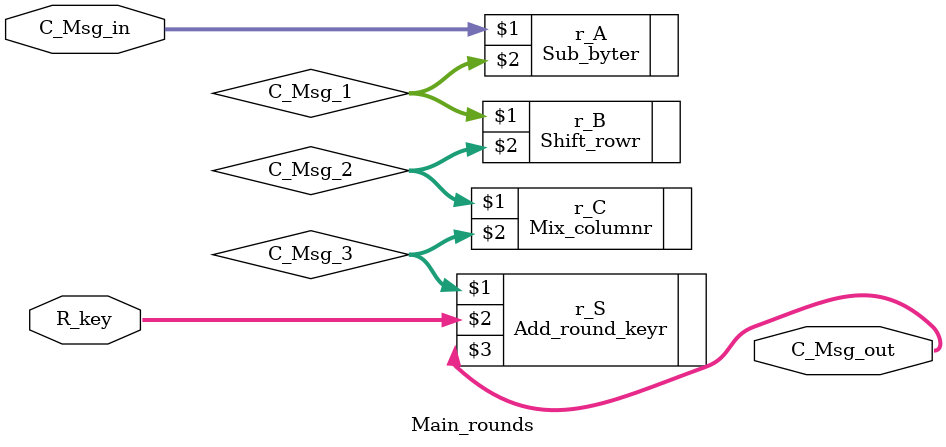
<source format=v>
module Main_rounds (C_Msg_in, R_key, C_Msg_out);

input  [0:127] C_Msg_in;
input  [0:127] R_key;
output [0:127] C_Msg_out;

wire [0:127] C_Msg_1, C_Msg_2, C_Msg_3;

Sub_byter      r_A (C_Msg_in, C_Msg_1);
Shift_rowr     r_B (C_Msg_1, C_Msg_2);
Mix_columnr    r_C (C_Msg_2, C_Msg_3);
Add_round_keyr r_S (C_Msg_3, R_key, C_Msg_out);

endmodule

</source>
